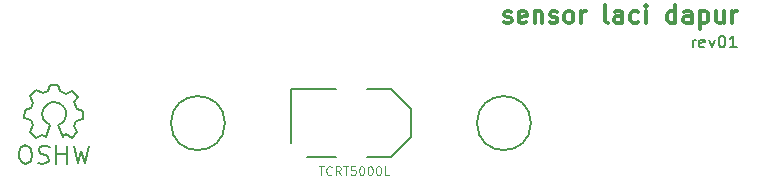
<source format=gbr>
G04 #@! TF.FileFunction,Legend,Top*
%FSLAX46Y46*%
G04 Gerber Fmt 4.6, Leading zero omitted, Abs format (unit mm)*
G04 Created by KiCad (PCBNEW 4.0.2+e4-6225~38~ubuntu15.04.1-stable) date di 02 aug 2016 05:30:13 CEST*
%MOMM*%
G01*
G04 APERTURE LIST*
%ADD10C,0.100000*%
%ADD11C,0.200000*%
%ADD12C,0.300000*%
%ADD13C,0.150000*%
G04 APERTURE END LIST*
D10*
D11*
X180070095Y-91384381D02*
X180070095Y-90717714D01*
X180070095Y-90908190D02*
X180117714Y-90812952D01*
X180165333Y-90765333D01*
X180260571Y-90717714D01*
X180355810Y-90717714D01*
X181070096Y-91336762D02*
X180974858Y-91384381D01*
X180784381Y-91384381D01*
X180689143Y-91336762D01*
X180641524Y-91241524D01*
X180641524Y-90860571D01*
X180689143Y-90765333D01*
X180784381Y-90717714D01*
X180974858Y-90717714D01*
X181070096Y-90765333D01*
X181117715Y-90860571D01*
X181117715Y-90955810D01*
X180641524Y-91051048D01*
X181451048Y-90717714D02*
X181689143Y-91384381D01*
X181927239Y-90717714D01*
X182498667Y-90384381D02*
X182593906Y-90384381D01*
X182689144Y-90432000D01*
X182736763Y-90479619D01*
X182784382Y-90574857D01*
X182832001Y-90765333D01*
X182832001Y-91003429D01*
X182784382Y-91193905D01*
X182736763Y-91289143D01*
X182689144Y-91336762D01*
X182593906Y-91384381D01*
X182498667Y-91384381D01*
X182403429Y-91336762D01*
X182355810Y-91289143D01*
X182308191Y-91193905D01*
X182260572Y-91003429D01*
X182260572Y-90765333D01*
X182308191Y-90574857D01*
X182355810Y-90479619D01*
X182403429Y-90432000D01*
X182498667Y-90384381D01*
X183784382Y-91384381D02*
X183212953Y-91384381D01*
X183498667Y-91384381D02*
X183498667Y-90384381D01*
X183403429Y-90527238D01*
X183308191Y-90622476D01*
X183212953Y-90670095D01*
D12*
X164115714Y-89253143D02*
X164258571Y-89324571D01*
X164544286Y-89324571D01*
X164687143Y-89253143D01*
X164758571Y-89110286D01*
X164758571Y-89038857D01*
X164687143Y-88896000D01*
X164544286Y-88824571D01*
X164330000Y-88824571D01*
X164187143Y-88753143D01*
X164115714Y-88610286D01*
X164115714Y-88538857D01*
X164187143Y-88396000D01*
X164330000Y-88324571D01*
X164544286Y-88324571D01*
X164687143Y-88396000D01*
X165972857Y-89253143D02*
X165830000Y-89324571D01*
X165544286Y-89324571D01*
X165401429Y-89253143D01*
X165330000Y-89110286D01*
X165330000Y-88538857D01*
X165401429Y-88396000D01*
X165544286Y-88324571D01*
X165830000Y-88324571D01*
X165972857Y-88396000D01*
X166044286Y-88538857D01*
X166044286Y-88681714D01*
X165330000Y-88824571D01*
X166687143Y-88324571D02*
X166687143Y-89324571D01*
X166687143Y-88467429D02*
X166758571Y-88396000D01*
X166901429Y-88324571D01*
X167115714Y-88324571D01*
X167258571Y-88396000D01*
X167330000Y-88538857D01*
X167330000Y-89324571D01*
X167972857Y-89253143D02*
X168115714Y-89324571D01*
X168401429Y-89324571D01*
X168544286Y-89253143D01*
X168615714Y-89110286D01*
X168615714Y-89038857D01*
X168544286Y-88896000D01*
X168401429Y-88824571D01*
X168187143Y-88824571D01*
X168044286Y-88753143D01*
X167972857Y-88610286D01*
X167972857Y-88538857D01*
X168044286Y-88396000D01*
X168187143Y-88324571D01*
X168401429Y-88324571D01*
X168544286Y-88396000D01*
X169472858Y-89324571D02*
X169330000Y-89253143D01*
X169258572Y-89181714D01*
X169187143Y-89038857D01*
X169187143Y-88610286D01*
X169258572Y-88467429D01*
X169330000Y-88396000D01*
X169472858Y-88324571D01*
X169687143Y-88324571D01*
X169830000Y-88396000D01*
X169901429Y-88467429D01*
X169972858Y-88610286D01*
X169972858Y-89038857D01*
X169901429Y-89181714D01*
X169830000Y-89253143D01*
X169687143Y-89324571D01*
X169472858Y-89324571D01*
X170615715Y-89324571D02*
X170615715Y-88324571D01*
X170615715Y-88610286D02*
X170687143Y-88467429D01*
X170758572Y-88396000D01*
X170901429Y-88324571D01*
X171044286Y-88324571D01*
X172901429Y-89324571D02*
X172758571Y-89253143D01*
X172687143Y-89110286D01*
X172687143Y-87824571D01*
X174115714Y-89324571D02*
X174115714Y-88538857D01*
X174044285Y-88396000D01*
X173901428Y-88324571D01*
X173615714Y-88324571D01*
X173472857Y-88396000D01*
X174115714Y-89253143D02*
X173972857Y-89324571D01*
X173615714Y-89324571D01*
X173472857Y-89253143D01*
X173401428Y-89110286D01*
X173401428Y-88967429D01*
X173472857Y-88824571D01*
X173615714Y-88753143D01*
X173972857Y-88753143D01*
X174115714Y-88681714D01*
X175472857Y-89253143D02*
X175330000Y-89324571D01*
X175044286Y-89324571D01*
X174901428Y-89253143D01*
X174830000Y-89181714D01*
X174758571Y-89038857D01*
X174758571Y-88610286D01*
X174830000Y-88467429D01*
X174901428Y-88396000D01*
X175044286Y-88324571D01*
X175330000Y-88324571D01*
X175472857Y-88396000D01*
X176115714Y-89324571D02*
X176115714Y-88324571D01*
X176115714Y-87824571D02*
X176044285Y-87896000D01*
X176115714Y-87967429D01*
X176187142Y-87896000D01*
X176115714Y-87824571D01*
X176115714Y-87967429D01*
X178615714Y-89324571D02*
X178615714Y-87824571D01*
X178615714Y-89253143D02*
X178472857Y-89324571D01*
X178187143Y-89324571D01*
X178044285Y-89253143D01*
X177972857Y-89181714D01*
X177901428Y-89038857D01*
X177901428Y-88610286D01*
X177972857Y-88467429D01*
X178044285Y-88396000D01*
X178187143Y-88324571D01*
X178472857Y-88324571D01*
X178615714Y-88396000D01*
X179972857Y-89324571D02*
X179972857Y-88538857D01*
X179901428Y-88396000D01*
X179758571Y-88324571D01*
X179472857Y-88324571D01*
X179330000Y-88396000D01*
X179972857Y-89253143D02*
X179830000Y-89324571D01*
X179472857Y-89324571D01*
X179330000Y-89253143D01*
X179258571Y-89110286D01*
X179258571Y-88967429D01*
X179330000Y-88824571D01*
X179472857Y-88753143D01*
X179830000Y-88753143D01*
X179972857Y-88681714D01*
X180687143Y-88324571D02*
X180687143Y-89824571D01*
X180687143Y-88396000D02*
X180830000Y-88324571D01*
X181115714Y-88324571D01*
X181258571Y-88396000D01*
X181330000Y-88467429D01*
X181401429Y-88610286D01*
X181401429Y-89038857D01*
X181330000Y-89181714D01*
X181258571Y-89253143D01*
X181115714Y-89324571D01*
X180830000Y-89324571D01*
X180687143Y-89253143D01*
X182687143Y-88324571D02*
X182687143Y-89324571D01*
X182044286Y-88324571D02*
X182044286Y-89110286D01*
X182115714Y-89253143D01*
X182258572Y-89324571D01*
X182472857Y-89324571D01*
X182615714Y-89253143D01*
X182687143Y-89181714D01*
X183401429Y-89324571D02*
X183401429Y-88324571D01*
X183401429Y-88610286D02*
X183472857Y-88467429D01*
X183544286Y-88396000D01*
X183687143Y-88324571D01*
X183830000Y-88324571D01*
D11*
X146030000Y-94890000D02*
X149830000Y-94890000D01*
X152530000Y-94890000D02*
X154530000Y-94890000D01*
X154530000Y-100690000D02*
X152530000Y-100690000D01*
X149830000Y-100690000D02*
X147430000Y-100690000D01*
X146030000Y-99490000D02*
X146030000Y-94890000D01*
X154530000Y-94890000D02*
X156230000Y-96590000D01*
X156230000Y-96590000D02*
X156230000Y-98990000D01*
X156230000Y-98990000D02*
X154530000Y-100690000D01*
D13*
X140462000Y-97790000D02*
G75*
G03X140462000Y-97790000I-2286000J0D01*
G01*
X166370000Y-97790000D02*
G75*
G03X166370000Y-97790000I-2286000J0D01*
G01*
X127652780Y-99717860D02*
X128013460Y-101188520D01*
X128013460Y-101188520D02*
X128292860Y-100126800D01*
X128292860Y-100126800D02*
X128602740Y-101198680D01*
X128602740Y-101198680D02*
X128943100Y-99748340D01*
X126232920Y-100408740D02*
X127022860Y-100398580D01*
X127022860Y-100398580D02*
X127033020Y-100408740D01*
X127033020Y-100408740D02*
X127033020Y-100398580D01*
X127073660Y-99687380D02*
X127073660Y-101229160D01*
X126184660Y-99677220D02*
X126184660Y-101246940D01*
X126184660Y-101246940D02*
X126194820Y-101236780D01*
X125633480Y-99778820D02*
X125282960Y-99697540D01*
X125282960Y-99697540D02*
X124962920Y-99687380D01*
X124962920Y-99687380D02*
X124724160Y-99888040D01*
X124724160Y-99888040D02*
X124693680Y-100157280D01*
X124693680Y-100157280D02*
X124934980Y-100398580D01*
X124934980Y-100398580D02*
X125323600Y-100528120D01*
X125323600Y-100528120D02*
X125503940Y-100688140D01*
X125503940Y-100688140D02*
X125544580Y-100987860D01*
X125544580Y-100987860D02*
X125313440Y-101208840D01*
X125313440Y-101208840D02*
X124993400Y-101236780D01*
X124993400Y-101236780D02*
X124642880Y-101127560D01*
X123604020Y-99677220D02*
X123355100Y-99697540D01*
X123355100Y-99697540D02*
X123113800Y-99938840D01*
X123113800Y-99938840D02*
X123024900Y-100429060D01*
X123024900Y-100429060D02*
X123052840Y-100777040D01*
X123052840Y-100777040D02*
X123253500Y-101097080D01*
X123253500Y-101097080D02*
X123504960Y-101219000D01*
X123504960Y-101219000D02*
X123814840Y-101147880D01*
X123814840Y-101147880D02*
X124033280Y-100967540D01*
X124033280Y-100967540D02*
X124104400Y-100507800D01*
X124104400Y-100507800D02*
X124053600Y-100098860D01*
X124053600Y-100098860D02*
X123944380Y-99816920D01*
X123944380Y-99816920D02*
X123583700Y-99687380D01*
X124203460Y-97957640D02*
X123944380Y-98518980D01*
X123944380Y-98518980D02*
X124482860Y-99037140D01*
X124482860Y-99037140D02*
X125003560Y-98767900D01*
X125003560Y-98767900D02*
X125282960Y-98927920D01*
X126723140Y-98907600D02*
X127053340Y-98717100D01*
X127053340Y-98717100D02*
X127492760Y-99047300D01*
X127492760Y-99047300D02*
X127965200Y-98557080D01*
X127965200Y-98557080D02*
X127683260Y-98077020D01*
X127683260Y-98077020D02*
X127873760Y-97607120D01*
X127873760Y-97607120D02*
X128483360Y-97419160D01*
X128483360Y-97419160D02*
X128483360Y-96738440D01*
X128483360Y-96738440D02*
X127924560Y-96598740D01*
X127924560Y-96598740D02*
X127723900Y-96027240D01*
X127723900Y-96027240D02*
X127993140Y-95557340D01*
X127993140Y-95557340D02*
X127523240Y-95046800D01*
X127523240Y-95046800D02*
X127005080Y-95308420D01*
X127005080Y-95308420D02*
X126535180Y-95107760D01*
X126535180Y-95107760D02*
X126365000Y-94566740D01*
X126365000Y-94566740D02*
X125674120Y-94548960D01*
X125674120Y-94548960D02*
X125463300Y-95097600D01*
X125463300Y-95097600D02*
X125044200Y-95267780D01*
X125044200Y-95267780D02*
X124493020Y-94998540D01*
X124493020Y-94998540D02*
X123974860Y-95526860D01*
X123974860Y-95526860D02*
X124223780Y-96067880D01*
X124223780Y-96067880D02*
X124053600Y-96547940D01*
X124053600Y-96547940D02*
X123504960Y-96647000D01*
X123504960Y-96647000D02*
X123494800Y-97348040D01*
X123494800Y-97348040D02*
X124053600Y-97548700D01*
X124053600Y-97548700D02*
X124193300Y-97947480D01*
X126334520Y-97927160D02*
X126634240Y-97777300D01*
X126634240Y-97777300D02*
X126834900Y-97579180D01*
X126834900Y-97579180D02*
X126984760Y-97177860D01*
X126984760Y-97177860D02*
X126984760Y-96779080D01*
X126984760Y-96779080D02*
X126834900Y-96428560D01*
X126834900Y-96428560D02*
X126382780Y-96078040D01*
X126382780Y-96078040D02*
X125933200Y-96027240D01*
X125933200Y-96027240D02*
X125534420Y-96128840D01*
X125534420Y-96128840D02*
X125133100Y-96476820D01*
X125133100Y-96476820D02*
X124983240Y-96928940D01*
X124983240Y-96928940D02*
X125034040Y-97426780D01*
X125034040Y-97426780D02*
X125282960Y-97729040D01*
X125282960Y-97729040D02*
X125633480Y-97927160D01*
X125633480Y-97927160D02*
X125282960Y-98927920D01*
X126334520Y-97927160D02*
X126733300Y-98927920D01*
D10*
X148401857Y-101443286D02*
X148830428Y-101443286D01*
X148616142Y-102193286D02*
X148616142Y-101443286D01*
X149509000Y-102121857D02*
X149473286Y-102157571D01*
X149366143Y-102193286D01*
X149294714Y-102193286D01*
X149187571Y-102157571D01*
X149116143Y-102086143D01*
X149080428Y-102014714D01*
X149044714Y-101871857D01*
X149044714Y-101764714D01*
X149080428Y-101621857D01*
X149116143Y-101550429D01*
X149187571Y-101479000D01*
X149294714Y-101443286D01*
X149366143Y-101443286D01*
X149473286Y-101479000D01*
X149509000Y-101514714D01*
X150259000Y-102193286D02*
X150009000Y-101836143D01*
X149830428Y-102193286D02*
X149830428Y-101443286D01*
X150116143Y-101443286D01*
X150187571Y-101479000D01*
X150223286Y-101514714D01*
X150259000Y-101586143D01*
X150259000Y-101693286D01*
X150223286Y-101764714D01*
X150187571Y-101800429D01*
X150116143Y-101836143D01*
X149830428Y-101836143D01*
X150473286Y-101443286D02*
X150901857Y-101443286D01*
X150687571Y-102193286D02*
X150687571Y-101443286D01*
X151509000Y-101443286D02*
X151151857Y-101443286D01*
X151116143Y-101800429D01*
X151151857Y-101764714D01*
X151223286Y-101729000D01*
X151401857Y-101729000D01*
X151473286Y-101764714D01*
X151509000Y-101800429D01*
X151544715Y-101871857D01*
X151544715Y-102050429D01*
X151509000Y-102121857D01*
X151473286Y-102157571D01*
X151401857Y-102193286D01*
X151223286Y-102193286D01*
X151151857Y-102157571D01*
X151116143Y-102121857D01*
X152009001Y-101443286D02*
X152080429Y-101443286D01*
X152151858Y-101479000D01*
X152187572Y-101514714D01*
X152223286Y-101586143D01*
X152259001Y-101729000D01*
X152259001Y-101907571D01*
X152223286Y-102050429D01*
X152187572Y-102121857D01*
X152151858Y-102157571D01*
X152080429Y-102193286D01*
X152009001Y-102193286D01*
X151937572Y-102157571D01*
X151901858Y-102121857D01*
X151866143Y-102050429D01*
X151830429Y-101907571D01*
X151830429Y-101729000D01*
X151866143Y-101586143D01*
X151901858Y-101514714D01*
X151937572Y-101479000D01*
X152009001Y-101443286D01*
X152723287Y-101443286D02*
X152794715Y-101443286D01*
X152866144Y-101479000D01*
X152901858Y-101514714D01*
X152937572Y-101586143D01*
X152973287Y-101729000D01*
X152973287Y-101907571D01*
X152937572Y-102050429D01*
X152901858Y-102121857D01*
X152866144Y-102157571D01*
X152794715Y-102193286D01*
X152723287Y-102193286D01*
X152651858Y-102157571D01*
X152616144Y-102121857D01*
X152580429Y-102050429D01*
X152544715Y-101907571D01*
X152544715Y-101729000D01*
X152580429Y-101586143D01*
X152616144Y-101514714D01*
X152651858Y-101479000D01*
X152723287Y-101443286D01*
X153437573Y-101443286D02*
X153509001Y-101443286D01*
X153580430Y-101479000D01*
X153616144Y-101514714D01*
X153651858Y-101586143D01*
X153687573Y-101729000D01*
X153687573Y-101907571D01*
X153651858Y-102050429D01*
X153616144Y-102121857D01*
X153580430Y-102157571D01*
X153509001Y-102193286D01*
X153437573Y-102193286D01*
X153366144Y-102157571D01*
X153330430Y-102121857D01*
X153294715Y-102050429D01*
X153259001Y-101907571D01*
X153259001Y-101729000D01*
X153294715Y-101586143D01*
X153330430Y-101514714D01*
X153366144Y-101479000D01*
X153437573Y-101443286D01*
X154366144Y-102193286D02*
X154009001Y-102193286D01*
X154009001Y-101443286D01*
M02*

</source>
